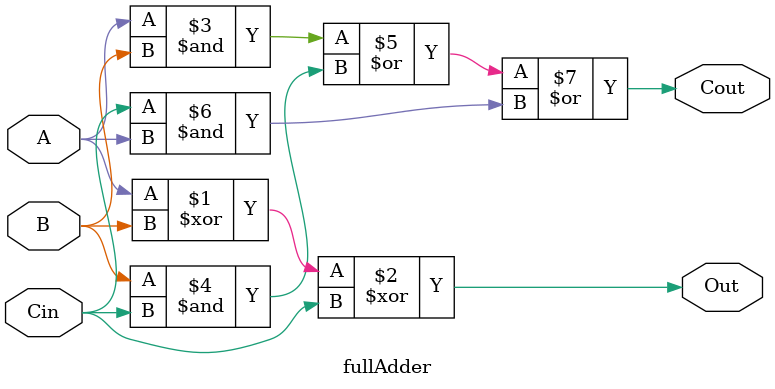
<source format=v>
`timescale 1ns / 1ps

`include "defines.v"
module fullAdder (
    input A, B, Cin,
    output Out, Cout
);

assign Out = A ^ B ^ Cin;
assign Cout = (A & B) | (B & Cin) | (Cin & A);
    
endmodule
</source>
